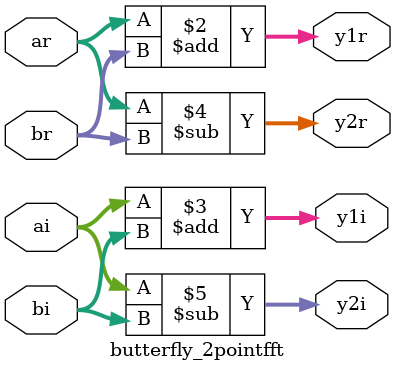
<source format=v>
`timescale 1ns / 1ps
module fft4p(input [7:0] x0,
	 input[7:0]x0i,
	  input [7:0] x1,
	 input[7:0]x1i,
	 input [7:0] x2,
	 input[7:0]x2i,
	  input [7:0] x3,
	 input[7:0]x3i,
	 input clk,
    output [7:0] OP0,
    output [7:0] OP0i,
	  output [7:0] OP1,
    output [7:0] OP1i,
	  output [7:0] OP2,
    output [7:0] OP2i,
	 output [7:0] OP3,
    output [7:0] OP3i
    );
	
	wire [7:0] y0, y0i, y1, y1i,y2, y2i, y3, y3i;
	butterfly_2pointfft b1(.ar(x0),.ai(x0i),.br(x2),.bi(x2i),.y1r(y0),.y1i(y0i),.y2r(y1),.y2i(y1i));
	 butterfly_2pointfft b2(.ar(x1),.ai(x1i),.br(x3),.bi(x3i),.y1r(y2),.y1i(y2i),.y2r(y3),.y2i(y3i));
   reg [7:0] input_real0;
	reg [7:0] input_real1;
	reg [7:0] input_real2;
	reg [7:0] input_real3;
	
	reg [7:0] input_imag0;
	reg [7:0] input_imag1;
	reg [7:0] input_imag2;
	reg [7:0] input_imag3;
	
	always@(posedge clk)
	begin 
	 input_real0<= y0;
    input_real1<=y1;
    input_real2<=y2;
    input_real3<=y3;
    input_imag0<=y0i;
    input_imag1<=y1i;
    input_imag2<=y2i;
    input_imag3<=y3i;
   end
	
	reg[7:0] Mr,Mi;

	 always@(*)
	 begin
	  Mr <=input_imag3;
	  Mi <=(~(input_real3))+1;
	 end
   wire [7:0] output_real0;
	wire [7:0] output_real1;
	wire [7:0] output_real2;
	wire [15:0] output_real3;
	
	wire [7:0] output_imag0;
	wire [7:0] output_imag1;
	wire [7:0] output_imag2;
	wire [7:0] output_imag3;
	
	butterfly_2pointfft b3(.ar(input_real0),.ai(input_imag0),.br(input_real2),.bi(input_imag2),.y1r(output_real0),.y1i(output_imag0),.y2r(output_real2),.y2i(output_imag2));
	butterfly_2pointfft b4(.ar(input_real1),.ai( input_imag1),.br(Mr),.bi(Mi),.y1r(output_real1),.y1i(output_imag1),.y2r(output_real3),.y2i(output_imag3));
	
	assign OP0= output_real0;
	assign OP1=output_real1;
	assign OP2=output_real2;
	assign OP3=output_real3;
	assign OP0i= output_imag0;
	assign OP1i=output_imag1;
	assign OP2i=output_imag2;
	assign OP3i=output_imag3;
	
	
	endmodule


module butterfly_2pointfft(ar,ai,br,bi,y1r,y1i,y2r,y2i);
input [7:0]ar;
input [7:0]ai;
input [7:0]br;
input [7:0]bi;
output reg signed [7:0]y1r;
output reg signed [7:0]y2r;
output reg signed [7:0]y1i;
output reg signed [7:0]y2i;

always@(ar,ai,br,bi) 
begin

 y1r <= ar + br;			
 y1i <= ai + bi;		
 y2r <= ar - br;			
 y2i <= ai - bi;		
end

endmodule


</source>
